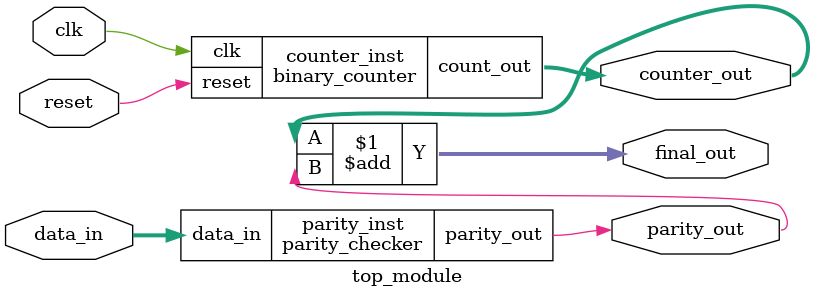
<source format=v>

module binary_counter (
  input clk,
  input reset,
  output reg [3:0] count_out
);

  always @(posedge clk, posedge reset) begin
    if (reset) begin
      count_out <= 4'b0000;
    end else begin
      count_out <= count_out + 1;
    end
  end

endmodule
module parity_checker (
  input [7:0] data_in,
  output wire parity_out
);

  assign parity_out = ~^data_in;

endmodule
module top_module (
  input clk,
  input reset,
  output [3:0] counter_out,
  input [7:0] data_in,
  output wire parity_out,
  output [3:0] final_out
);

  binary_counter counter_inst (
    .clk(clk),
    .reset(reset),
    .count_out(counter_out)
  );

  parity_checker parity_inst (
    .data_in(data_in),
    .parity_out(parity_out)
  );

  assign final_out = counter_out + parity_out;

endmodule
</source>
